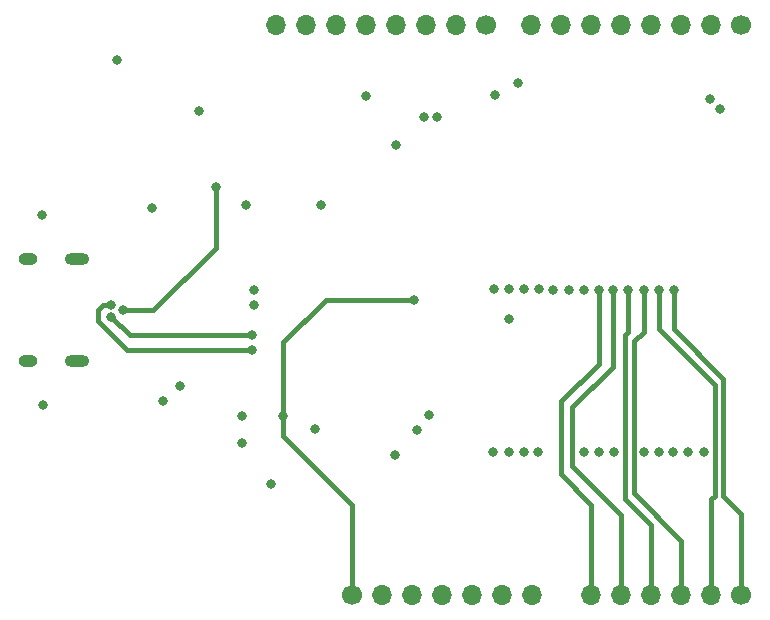
<source format=gbr>
%TF.GenerationSoftware,KiCad,Pcbnew,8.0.5*%
%TF.CreationDate,2024-12-12T18:20:32+01:00*%
%TF.ProjectId,Arduino_ESP,41726475-696e-46f5-9f45-53502e6b6963,rev?*%
%TF.SameCoordinates,Original*%
%TF.FileFunction,Copper,L3,Inr*%
%TF.FilePolarity,Positive*%
%FSLAX46Y46*%
G04 Gerber Fmt 4.6, Leading zero omitted, Abs format (unit mm)*
G04 Created by KiCad (PCBNEW 8.0.5) date 2024-12-12 18:20:32*
%MOMM*%
%LPD*%
G01*
G04 APERTURE LIST*
%TA.AperFunction,ComponentPad*%
%ADD10C,1.700000*%
%TD*%
%TA.AperFunction,ComponentPad*%
%ADD11O,1.700000X1.700000*%
%TD*%
%TA.AperFunction,ComponentPad*%
%ADD12O,2.100000X1.000000*%
%TD*%
%TA.AperFunction,ComponentPad*%
%ADD13O,1.600000X1.000000*%
%TD*%
%TA.AperFunction,ViaPad*%
%ADD14C,0.800000*%
%TD*%
%TA.AperFunction,Conductor*%
%ADD15C,0.400000*%
%TD*%
G04 APERTURE END LIST*
D10*
%TO.N,RX*%
%TO.C,J1*%
X181100000Y-62800000D03*
D11*
%TO.N,TX*%
X178560000Y-62800000D03*
%TO.N,IO4*%
X176020000Y-62800000D03*
%TO.N,IO13*%
X173480000Y-62800000D03*
%TO.N,IO15*%
X170940000Y-62800000D03*
%TO.N,IO18*%
X168400000Y-62800000D03*
%TO.N,IO19*%
X165860000Y-62800000D03*
%TO.N,IO21*%
X163320000Y-62800000D03*
%TD*%
D10*
%TO.N,IO22*%
%TO.C,J2*%
X159500000Y-62800000D03*
D11*
%TO.N,IO23*%
X156960000Y-62800000D03*
%TO.N,IO5*%
X154420000Y-62800000D03*
%TO.N,IO12*%
X151880000Y-62800000D03*
%TO.N,IO14*%
X149340000Y-62800000D03*
%TO.N,IO27*%
X146800000Y-62800000D03*
%TO.N,GND*%
X144260000Y-62800000D03*
%TO.N,+3.3V*%
X141720000Y-62800000D03*
%TD*%
D10*
%TO.N,RESET*%
%TO.C,J4*%
X148160000Y-111100000D03*
D11*
%TO.N,Net-(J4-Pin_2)*%
X150700000Y-111100000D03*
X153240000Y-111100000D03*
%TO.N,+3.3V*%
X155780000Y-111100000D03*
X158320000Y-111100000D03*
%TO.N,GND*%
X160860000Y-111100000D03*
X163400000Y-111100000D03*
%TD*%
D12*
%TO.N,unconnected-(J6-SHIELD-PadS1)_2*%
%TO.C,J6*%
X124865800Y-82630000D03*
D13*
%TO.N,unconnected-(J6-SHIELD-PadS1)_1*%
X120685800Y-82630000D03*
D12*
%TO.N,unconnected-(J6-SHIELD-PadS1)*%
X124865800Y-91270000D03*
D13*
%TO.N,unconnected-(J6-SHIELD-PadS1)_3*%
X120685800Y-91270000D03*
%TD*%
D10*
%TO.N,IO36*%
%TO.C,J3*%
X181100000Y-111100000D03*
D11*
%TO.N,IO39*%
X178560000Y-111100000D03*
%TO.N,IO34*%
X176020000Y-111100000D03*
%TO.N,IO35*%
X173480000Y-111100000D03*
%TO.N,IO32*%
X170940000Y-111100000D03*
%TO.N,IO33*%
X168400000Y-111100000D03*
%TD*%
D14*
%TO.N,GND*%
X139192000Y-78081400D03*
X133604000Y-93370400D03*
X145542000Y-78079600D03*
X154635200Y-95859600D03*
X161391600Y-85191600D03*
X161391600Y-87731600D03*
%TO.N,+3.3V*%
X131165600Y-78333600D03*
X153670000Y-97078800D03*
X141273800Y-101727000D03*
X135156400Y-70075600D03*
X144982200Y-97053400D03*
%TO.N,+5V*%
X136601200Y-76504800D03*
X128778000Y-86969600D03*
X132130800Y-94640400D03*
%TO.N,RESET*%
X142316200Y-95910400D03*
X153365200Y-86106000D03*
X128219200Y-65786000D03*
%TO.N,IO39*%
X174091600Y-85242400D03*
%TO.N,IO36*%
X175361600Y-85242400D03*
%TO.N,IO34*%
X172821600Y-85242400D03*
%TO.N,IO35*%
X171500800Y-85242400D03*
%TO.N,IO32*%
X170230800Y-85242400D03*
%TO.N,IO33*%
X169011600Y-85242400D03*
%TO.N,IO25*%
X167741600Y-85293200D03*
%TO.N,IO26*%
X166471600Y-85293200D03*
%TO.N,IO27*%
X165177000Y-85242400D03*
%TO.N,IO14*%
X163931600Y-85191600D03*
X149340000Y-68834000D03*
%TO.N,IO12*%
X162661600Y-85191600D03*
X151880000Y-72999600D03*
%TO.N,IO13*%
X160121600Y-85191600D03*
%TO.N,IO15*%
X154228800Y-70612000D03*
X160070800Y-98958400D03*
%TO.N,IO2*%
X161391600Y-99009200D03*
%TO.N,IO0*%
X162661600Y-98958400D03*
X151790400Y-99263200D03*
%TO.N,IO4*%
X163880800Y-98958400D03*
X155295600Y-70612000D03*
%TO.N,IO5*%
X167741600Y-98958400D03*
%TO.N,IO18*%
X160223200Y-68732400D03*
X169011600Y-98958400D03*
%TO.N,IO19*%
X170281600Y-98958400D03*
X162204400Y-67716400D03*
%TO.N,IO21*%
X172821600Y-98958400D03*
%TO.N,TX*%
X139852400Y-85293200D03*
X174091600Y-98958400D03*
X121970800Y-94996000D03*
%TO.N,RX*%
X121869200Y-78943200D03*
X139852400Y-86563200D03*
X175310800Y-98958400D03*
%TO.N,IO22*%
X178409600Y-69088000D03*
X176580800Y-98958400D03*
%TO.N,IO23*%
X179273200Y-69951600D03*
X177901600Y-98958400D03*
%TO.N,RTS*%
X138785600Y-98247200D03*
X138785600Y-95961200D03*
%TO.N,D+*%
X127762000Y-87512403D03*
X139649200Y-89103200D03*
%TO.N,D-*%
X127762000Y-86512400D03*
X139649200Y-90373200D03*
%TD*%
D15*
%TO.N,+5V*%
X136601200Y-81686400D02*
X136601200Y-76504800D01*
X128778000Y-86969600D02*
X131318000Y-86969600D01*
X131318000Y-86969600D02*
X136601200Y-81686400D01*
%TO.N,RESET*%
X142316200Y-97612200D02*
X142316200Y-89687400D01*
X148160000Y-111100000D02*
X148160000Y-103456000D01*
X142316200Y-89687400D02*
X145897600Y-86106000D01*
X148160000Y-103456000D02*
X142316200Y-97612200D01*
X145897600Y-86106000D02*
X153365200Y-86106000D01*
%TO.N,IO39*%
X178866800Y-102666800D02*
X178866800Y-93319600D01*
X178866800Y-93319600D02*
X174091600Y-88544400D01*
X178560000Y-111100000D02*
X178560000Y-102973600D01*
X174091600Y-88544400D02*
X174091600Y-85242400D01*
X178560000Y-102973600D02*
X178866800Y-102666800D01*
%TO.N,IO36*%
X179578000Y-102666800D02*
X179578000Y-92811600D01*
X181100000Y-104188800D02*
X179578000Y-102666800D01*
X179578000Y-92811600D02*
X175361600Y-88595200D01*
X175361600Y-88595200D02*
X175361600Y-85242400D01*
X181100000Y-111100000D02*
X181100000Y-104188800D01*
%TO.N,IO34*%
X172021600Y-89598400D02*
X172821600Y-88798400D01*
X172821600Y-88798400D02*
X172821600Y-85242400D01*
X172021600Y-102476400D02*
X172021600Y-89598400D01*
X176020000Y-111100000D02*
X176020000Y-106474800D01*
X176020000Y-106474800D02*
X172021600Y-102476400D01*
%TO.N,IO35*%
X171246800Y-102920800D02*
X171246800Y-89103200D01*
X171500800Y-88849200D02*
X171500800Y-85242400D01*
X171246800Y-89103200D02*
X171500800Y-88849200D01*
X173480000Y-111100000D02*
X173480000Y-105154000D01*
X173480000Y-105154000D02*
X171246800Y-102920800D01*
%TO.N,IO32*%
X170940000Y-111100000D02*
X170940000Y-104341200D01*
X170940000Y-104341200D02*
X166776400Y-100177600D01*
X166776400Y-100177600D02*
X166776400Y-95199200D01*
X170230800Y-91744800D02*
X170230800Y-85242400D01*
X166776400Y-95199200D02*
X170230800Y-91744800D01*
%TO.N,IO33*%
X168400000Y-103426800D02*
X165811200Y-100838000D01*
X165811200Y-100838000D02*
X165811200Y-94691200D01*
X168400000Y-111100000D02*
X168400000Y-103426800D01*
X169011600Y-91490800D02*
X169011600Y-85242400D01*
X165811200Y-94691200D02*
X169011600Y-91490800D01*
%TO.N,D+*%
X129352797Y-89103200D02*
X127762000Y-87512403D01*
X139649200Y-89103200D02*
X129352797Y-89103200D01*
%TO.N,D-*%
X127050800Y-86512400D02*
X127762000Y-86512400D01*
X126593600Y-87884000D02*
X126593600Y-86969600D01*
X126593600Y-86969600D02*
X127050800Y-86512400D01*
X139649200Y-90373200D02*
X129082800Y-90373200D01*
X129082800Y-90373200D02*
X126593600Y-87884000D01*
%TD*%
M02*

</source>
